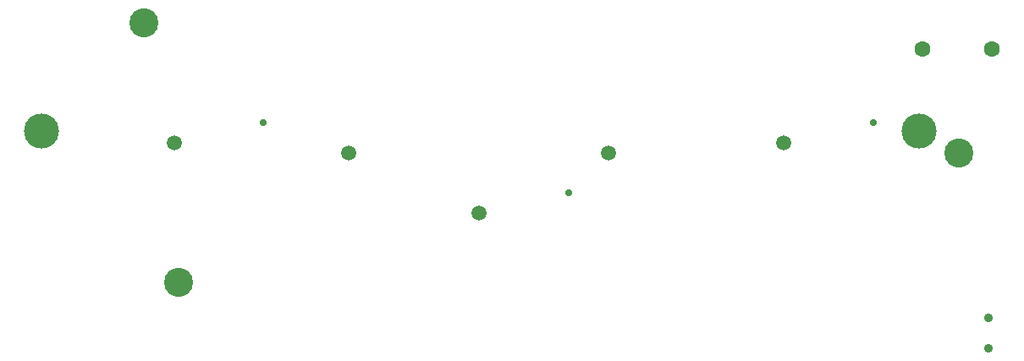
<source format=gbr>
%TF.GenerationSoftware,KiCad,Pcbnew,9.0.2*%
%TF.CreationDate,2025-06-25T14:48:42+01:00*%
%TF.ProjectId,FED3,46454433-2e6b-4696-9361-645f70636258,rev?*%
%TF.SameCoordinates,Original*%
%TF.FileFunction,NonPlated,1,4,NPTH,Drill*%
%TF.FilePolarity,Positive*%
%FSLAX46Y46*%
G04 Gerber Fmt 4.6, Leading zero omitted, Abs format (unit mm)*
G04 Created by KiCad (PCBNEW 9.0.2) date 2025-06-25 14:48:42*
%MOMM*%
%LPD*%
G01*
G04 APERTURE LIST*
%TA.AperFunction,ComponentDrill*%
%ADD10C,0.700000*%
%TD*%
%TA.AperFunction,ComponentDrill*%
%ADD11C,0.900000*%
%TD*%
%TA.AperFunction,ComponentDrill*%
%ADD12C,1.500000*%
%TD*%
%TA.AperFunction,ComponentDrill*%
%ADD13C,1.600000*%
%TD*%
%TA.AperFunction,ComponentDrill*%
%ADD14C,2.900000*%
%TD*%
%TA.AperFunction,ComponentDrill*%
%ADD15C,3.500000*%
%TD*%
G04 APERTURE END LIST*
D10*
%TO.C,PI3*%
X126951100Y-100003600D03*
%TO.C,PI2*%
X157451100Y-107003600D03*
%TO.C,PI1*%
X187951100Y-100003600D03*
D11*
%TO.C,SW1*%
X199450000Y-119550000D03*
X199450000Y-122550000D03*
D12*
%TO.C,PI3*%
X118001100Y-102003600D03*
%TO.C,@HOLE2*%
X135501100Y-103003600D03*
%TO.C,PI2*%
X148501100Y-109003600D03*
%TO.C,@HOLE2*%
X161501100Y-103003600D03*
%TO.C,PI1*%
X179001100Y-102003600D03*
D13*
%TO.C,EXT0*%
X192844300Y-92614800D03*
X199844300Y-92614800D03*
D14*
%TO.C,@HOLE0*%
X115001100Y-90003600D03*
%TO.C,@HOLE6*%
X118501100Y-116003600D03*
%TO.C,@HOLE1*%
X196501100Y-103003600D03*
D15*
%TO.C,@HOLE5*%
X104788100Y-100793600D03*
%TO.C,*%
X192545100Y-100793600D03*
M02*

</source>
